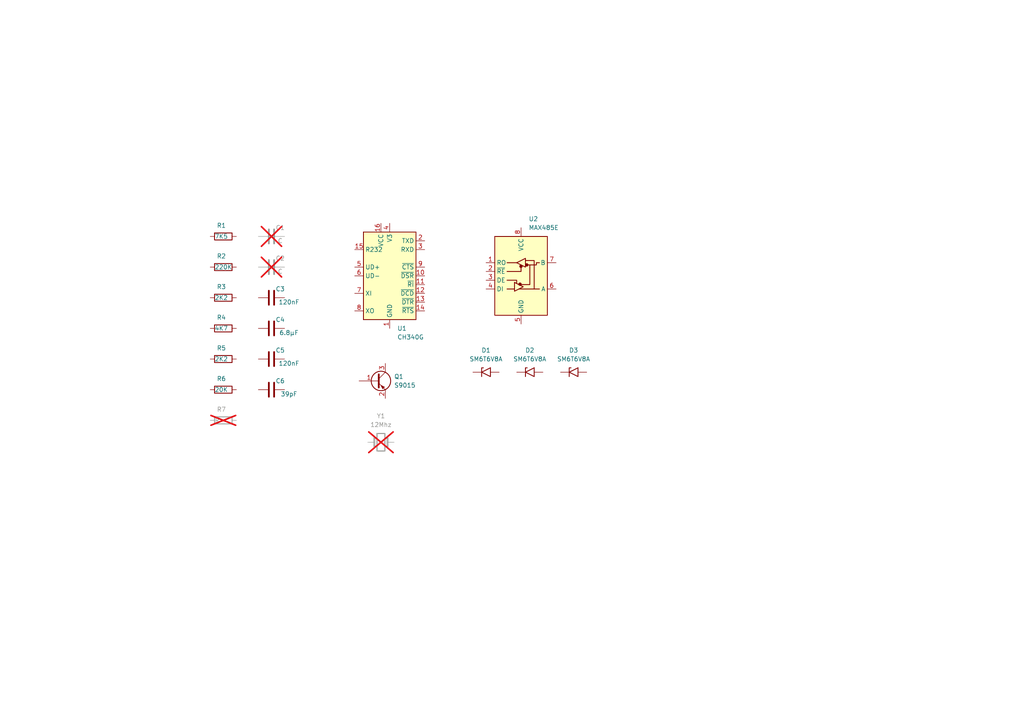
<source format=kicad_sch>
(kicad_sch (version 20230121) (generator eeschema)
  (paper "A4")
  (lib_symbols
    (symbol "Device:C" (pin_numbers hide) (pin_names (offset 0.254))
      (property "Reference" "C" (at 0.635 2.54 0))
      (property "Value" "C" (at 0.635 -2.54 0))
      (symbol "C_0_1"
        (polyline (pts (xy -2.032 -0.762) (xy 2.032 -0.762)) (stroke (width 0.508)))
        (polyline (pts (xy -2.032 0.762) (xy 2.032 0.762)) (stroke (width 0.508)))
      )
      (symbol "C_1_1"
        (pin passive line (at 0 3.81 270) (length 2.794) (name "~") (number "1"))
        (pin passive line (at 0 -3.81 90) (length 2.794) (name "~") (number "2"))
      )
    )
    (symbol "Device:Crystal" (pin_numbers hide) (pin_names (offset 1.016) hide)
      (property "Reference" "Y" (at 0 3.81 0))
      (property "Value" "Crystal" (at 0 -3.81 0))
      (symbol "Crystal_0_1"
        (rectangle (start -1.143 2.54) (end 1.143 -2.54) (stroke (width 0.3048)))
        (polyline (pts (xy -2.54 0) (xy -1.905 0)))
        (polyline (pts (xy -1.905 -1.27) (xy -1.905 1.27)) (stroke (width 0.508)))
        (polyline (pts (xy 1.905 -1.27) (xy 1.905 1.27)) (stroke (width 0.508)))
        (polyline (pts (xy 2.54 0) (xy 1.905 0)))
      )
      (symbol "Crystal_1_1"
        (pin passive line (at -3.81 0 0) (length 1.27) (name "1") (number "1"))
        (pin passive line (at 3.81 0 180) (length 1.27) (name "2") (number "2"))
      )
    )
    (symbol "Device:R" (pin_numbers hide) (pin_names (offset 0))
      (property "Reference" "R" (at 2.032 0 90))
      (property "Value" "R" (at 0 0 90))
      (symbol "R_0_1"
        (rectangle (start -1.016 -2.54) (end 1.016 2.54) (stroke (width 0.254)))
      )
      (symbol "R_1_1"
        (pin passive line (at 0 3.81 270) (length 1.27) (name "~") (number "1"))
        (pin passive line (at 0 -3.81 90) (length 1.27) (name "~") (number "2"))
      )
    )
    (symbol "Diode:SM6T6V8A" (pin_numbers hide) (pin_names (offset 1.016) hide)
      (property "Reference" "D" (at 0 2.54 0))
      (property "Value" "SM6T6V8A" (at 0 -2.54 0))
      (symbol "SM6T6V8A_0_1"
        (polyline (pts (xy -0.762 1.27) (xy -1.27 1.27) (xy -1.27 -1.27)) (stroke (width 0.254)))
        (polyline (pts (xy 1.27 1.27) (xy 1.27 -1.27) (xy -1.27 0) (xy 1.27 1.27)) (stroke (width 0.254)))
      )
      (symbol "SM6T6V8A_1_1"
        (pin passive line (at -3.81 0 0) (length 2.54) (name "A1") (number "1"))
        (pin passive line (at 3.81 0 180) (length 2.54) (name "A2") (number "2"))
      )
    )
    (symbol "Interface_UART:MAX485E"
      (property "Reference" "U" (at -6.096 11.43 0))
      (property "Value" "MAX485E" (at 0.762 11.43 0))
      (symbol "MAX485E_0_1"
        (rectangle (start -7.62 10.16) (end 7.62 -12.7) (stroke (width 0.254)) (fill (type background)))
        (circle (center -0.3048 -3.683) (radius 0.3556) (stroke (width 0.254)) (fill (type outline)))
        (circle (center -0.0254 1.4986) (radius 0.3556) (stroke (width 0.254)) (fill (type outline)))
        (polyline (pts (xy -4.064 -5.08) (xy -1.905 -5.08)) (stroke (width 0.254)))
        (polyline (pts (xy -4.064 2.54) (xy -1.27 2.54)) (stroke (width 0.254)))
        (polyline (pts (xy -1.27 -3.2004) (xy -1.27 -3.4544)) (stroke (width 0.254)))
        (polyline (pts (xy -0.635 -5.08) (xy 5.334 -5.08)) (stroke (width 0.254)))
        (polyline (pts (xy -4.064 -2.54) (xy -1.27 -2.54) (xy -1.27 -3.175)) (stroke (width 0.254)))
        (polyline (pts (xy 0 1.27) (xy 0 0) (xy -4.064 0)) (stroke (width 0.254)))
        (polyline (pts (xy 1.27 3.175) (xy 3.81 3.175) (xy 3.81 -5.08)) (stroke (width 0.254)))
        (polyline (pts (xy 2.54 1.905) (xy 2.54 -3.81) (xy 0 -3.81)) (stroke (width 0.254)))
        (polyline (pts (xy -1.905 -3.175) (xy -1.905 -5.715) (xy 0.635 -4.445) (xy -1.905 -3.175)) (stroke (width 0.254)))
        (polyline (pts (xy -1.27 2.54) (xy 1.27 3.81) (xy 1.27 1.27) (xy -1.27 2.54)) (stroke (width 0.254)))
        (polyline (pts (xy 1.905 1.905) (xy 4.445 1.905) (xy 4.445 2.54) (xy 5.334 2.54)) (stroke (width 0.254)))
        (rectangle (start 1.27 3.175) (end 1.27 3.175))
        (circle (center 1.651 1.905) (radius 0.3556) (stroke (width 0.254)) (fill (type outline)))
      )
      (symbol "MAX485E_1_1"
        (pin output line (at -10.16 2.54 0) (length 2.54) (name "RO") (number "1"))
        (pin input line (at -10.16 0 0) (length 2.54) (name "~{RE}") (number "2"))
        (pin input line (at -10.16 -2.54 0) (length 2.54) (name "DE") (number "3"))
        (pin input line (at -10.16 -5.08 0) (length 2.54) (name "DI") (number "4"))
        (pin power_in line (at 0 -15.24 90) (length 2.54) (name "GND") (number "5"))
        (pin bidirectional line (at 10.16 -5.08 180) (length 2.54) (name "A") (number "6"))
        (pin bidirectional line (at 10.16 2.54 180) (length 2.54) (name "B") (number "7"))
        (pin power_in line (at 0 12.7 270) (length 2.54) (name "VCC") (number "8"))
      )
    )
    (symbol "Interface_USB:CH340G"
      (property "Reference" "U" (at -5.08 13.97 0))
      (property "Value" "CH340G" (at 1.27 13.97 0))
      (symbol "CH340G_0_1"
        (rectangle (start -7.62 12.7) (end 7.62 -12.7) (stroke (width 0.254)) (fill (type background)))
      )
      (symbol "CH340G_1_1"
        (pin power_in line (at 0 -15.24 90) (length 2.54) (name "GND") (number "1"))
        (pin input line (at 10.16 0 180) (length 2.54) (name "~{DSR}") (number "10"))
        (pin input line (at 10.16 -2.54 180) (length 2.54) (name "~{RI}") (number "11"))
        (pin input line (at 10.16 -5.08 180) (length 2.54) (name "~{DCD}") (number "12"))
        (pin output line (at 10.16 -7.62 180) (length 2.54) (name "~{DTR}") (number "13"))
        (pin output line (at 10.16 -10.16 180) (length 2.54) (name "~{RTS}") (number "14"))
        (pin input line (at -10.16 7.62 0) (length 2.54) (name "R232") (number "15"))
        (pin power_in line (at -2.54 15.24 270) (length 2.54) (name "VCC") (number "16"))
        (pin output line (at 10.16 10.16 180) (length 2.54) (name "TXD") (number "2"))
        (pin input line (at 10.16 7.62 180) (length 2.54) (name "RXD") (number "3"))
        (pin power_out line (at 0 15.24 270) (length 2.54) (name "V3") (number "4"))
        (pin bidirectional line (at -10.16 2.54 0) (length 2.54) (name "UD+") (number "5"))
        (pin bidirectional line (at -10.16 0 0) (length 2.54) (name "UD-") (number "6"))
        (pin input line (at -10.16 -5.08 0) (length 2.54) (name "XI") (number "7"))
        (pin output line (at -10.16 -10.16 0) (length 2.54) (name "XO") (number "8"))
        (pin input line (at 10.16 2.54 180) (length 2.54) (name "~{CTS}") (number "9"))
      )
    )
    (symbol "Transistor_BJT:BC807" (pin_names (offset 0) hide)
      (property "Reference" "Q" (at 5.08 1.905 0))
      (property "Value" "BC807" (at 5.08 0 0))
      (symbol "BC807_0_1"
        (polyline (pts (xy 0.635 0.635) (xy 2.54 2.54)))
        (polyline (pts (xy 0.635 -0.635) (xy 2.54 -2.54) (xy 2.54 -2.54)))
        (polyline (pts (xy 0.635 1.905) (xy 0.635 -1.905) (xy 0.635 -1.905)) (stroke (width 0.508)))
        (polyline (pts (xy 2.286 -1.778) (xy 1.778 -2.286) (xy 1.27 -1.27) (xy 2.286 -1.778) (xy 2.286 -1.778)) (fill (type outline)))
        (circle (center 1.27 0) (radius 2.8194) (stroke (width 0.254)))
      )
      (symbol "BC807_1_1"
        (pin input line (at -5.08 0 0) (length 5.715) (name "B") (number "1"))
        (pin passive line (at 2.54 -5.08 90) (length 2.54) (name "E") (number "2"))
        (pin passive line (at 2.54 5.08 270) (length 2.54) (name "C") (number "3"))
      )
    )
  )
  (symbol (lib_id "Device:C") (at 78.74 68.58 90) (unit 1) (dnp yes)
    (property "Reference" "C1" (at 81.28 66.04 90))
    (property "Value" "C" (at 81.28 69.85 90))
  )
  (symbol (lib_id "Device:C") (at 78.74 77.47 90) (unit 1) (dnp yes)
    (property "Reference" "C2" (at 81.28 74.93 90))
    (property "Value" "C" (at 81.28 78.74 90))
  )
  (symbol (lib_id "Diode:SM6T6V8A") (at 153.67 107.95 0) (unit 1)
    (property "Reference" "D2" (at 153.67 101.6 0))
    (property "Value" "SM6T6V8A" (at 153.67 104.14 0))
    (property "Footprint" "Diode_SMD:D_SMB" (effects hide))
    (property "Datasheet" "https://www.st.com/resource/en/datasheet/sm6t.pdf" (effects hide))
  )
  (symbol (lib_id "Device:Crystal") (at 110.49 128.27 0) (unit 1) (dnp yes)
    (property "Reference" "Y1" (at 110.49 120.65 0))
    (property "Value" "12Mhz" (at 110.49 123.19 0))
  )
  (symbol (lib_id "Device:R") (at 64.77 121.92 90) (unit 1) (dnp yes)
    (property "Reference" "R7" (at 62.865 118.745 90) (effects (justify right)))
    (property "Value" "R" (at 62.23 121.92 90) (effects (justify right)))
  )
  (symbol (lib_id "Device:R") (at 64.77 77.47 90) (unit 1)
    (property "Reference" "R2" (at 62.865 74.295 90) (effects (justify right)))
    (property "Value" "220K" (at 62.23 77.47 90) (effects (justify right)))
  )
  (symbol (lib_id "Device:R") (at 64.77 104.14 90) (unit 1)
    (property "Reference" "R5" (at 62.865 100.965 90) (effects (justify right)))
    (property "Value" "2K2" (at 62.23 104.14 90) (effects (justify right)))
  )
  (symbol (lib_id "Interface_USB:CH340G") (at 113.03 80.01 0) (unit 1)
    (property "Reference" "U1" (at 115.2241 95.25 0) (effects (justify left)))
    (property "Value" "CH340G" (at 115.2241 97.79 0) (effects (justify left)))
    (property "Footprint" "Package_SO:SOIC-16_3.9x9.9mm_P1.27mm" (effects hide))
    (property "Datasheet" "http://www.datasheet5.com/pdf-local-2195953" (effects hide))
  )
  (symbol (lib_id "Device:C") (at 78.74 104.14 90) (unit 1)
    (property "Reference" "C5" (at 81.28 101.6 90))
    (property "Value" "120nF" (at 83.82 105.41 90))
  )
  (symbol (lib_id "Diode:SM6T6V8A") (at 166.37 107.95 0) (unit 1)
    (property "Reference" "D3" (at 166.37 101.6 0))
    (property "Value" "SM6T6V8A" (at 166.37 104.14 0))
    (property "Footprint" "Diode_SMD:D_SMB" (effects hide))
    (property "Datasheet" "https://www.st.com/resource/en/datasheet/sm6t.pdf" (effects hide))
  )
  (symbol (lib_id "Diode:SM6T6V8A") (at 140.97 107.95 0) (unit 1)
    (property "Reference" "D1" (at 140.97 101.6 0))
    (property "Value" "SM6T6V8A" (at 140.97 104.14 0))
    (property "Footprint" "Diode_SMD:D_SMB" (effects hide))
    (property "Datasheet" "https://www.st.com/resource/en/datasheet/sm6t.pdf" (effects hide))
  )
  (symbol (lib_id "Transistor_BJT:BC807") (at 109.22 110.49 0) (unit 1)
    (property "Reference" "Q1" (at 114.3 109.22 0) (effects (justify left)))
    (property "Value" "S9015" (at 114.3 111.76 0) (effects (justify left)))
    (property "Footprint" "Package_TO_SOT_SMD:SOT-23" (effects hide))
    (property "Datasheet" "https://datasheet.lcsc.com/lcsc/1809211021_Jiangsu-Changjing-Electronics-Technology-Co---Ltd--S9015_C2149.pdf" (effects hide))
    (property "LCSC" "C2149" (effects hide))
  )
  (symbol (lib_id "Device:C") (at 78.74 86.36 90) (unit 1)
    (property "Reference" "C3" (at 81.28 83.82 90))
    (property "Value" "120nF" (at 83.82 87.63 90))
  )
  (symbol (lib_id "Device:R") (at 64.77 86.36 90) (unit 1)
    (property "Reference" "R3" (at 62.865 83.185 90) (effects (justify right)))
    (property "Value" "2K2" (at 62.23 86.36 90) (effects (justify right)))
  )
  (symbol (lib_id "Device:C") (at 78.74 95.25 90) (unit 1)
    (property "Reference" "C4" (at 81.28 92.71 90))
    (property "Value" "6.8µF" (at 83.82 96.52 90))
  )
  (symbol (lib_id "Device:R") (at 64.77 95.25 90) (unit 1)
    (property "Reference" "R4" (at 62.865 92.075 90) (effects (justify right)))
    (property "Value" "4K7" (at 62.23 95.25 90) (effects (justify right)))
  )
  (symbol (lib_id "Device:R") (at 64.77 113.03 90) (unit 1)
    (property "Reference" "R6" (at 62.865 109.855 90) (effects (justify right)))
    (property "Value" "20K" (at 62.23 113.03 90) (effects (justify right)))
  )
  (symbol (lib_id "Device:C") (at 78.74 113.03 90) (unit 1)
    (property "Reference" "C6" (at 81.28 110.49 90))
    (property "Value" "39pF" (at 83.82 114.3 90))
  )
  (symbol (lib_id "Interface_UART:MAX485E") (at 151.13 78.74 0) (unit 1)
    (property "Reference" "U2" (at 153.3241 63.5 0) (effects (justify left)))
    (property "Value" "MAX485E" (at 153.3241 66.04 0) (effects (justify left)))
    (property "Datasheet" "https://datasheets.maximintegrated.com/en/ds/MAX1487E-MAX491E.pdf" (effects hide))
  )
  (symbol (lib_id "Device:R") (at 64.77 68.58 90) (unit 1)
    (property "Reference" "R1" (at 62.865 65.405 90) (effects (justify right)))
    (property "Value" "7K5" (at 62.23 68.58 90) (effects (justify right)))
  )
)
</source>
